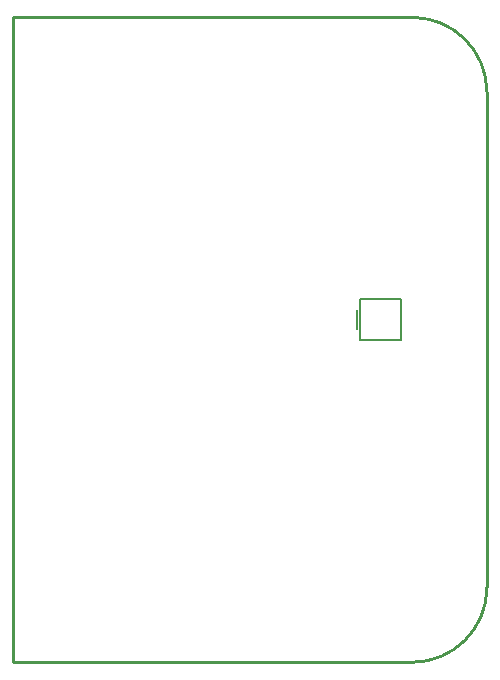
<source format=gm1>
G04*
G04 #@! TF.GenerationSoftware,Altium Limited,Altium Designer,23.6.0 (18)*
G04*
G04 Layer_Color=16711935*
%FSLAX44Y44*%
%MOMM*%
G71*
G04*
G04 #@! TF.SameCoordinates,5EE9EB4A-2ACB-4C3E-BE2F-BD42E06AEEC1*
G04*
G04*
G04 #@! TF.FilePolarity,Positive*
G04*
G01*
G75*
%ADD11C,0.1270*%
%ADD13C,0.2540*%
D11*
X295144Y307652D02*
X329645D01*
Y273152D02*
Y307652D01*
X295144Y273152D02*
X329645D01*
X295144D02*
Y307652D01*
X292395Y282402D02*
Y298402D01*
D13*
X339036Y5D02*
G03*
X402536Y63505I0J63500D01*
G01*
Y482605D02*
G03*
X339036Y546105I-63500J0D01*
G01*
X1585Y5D02*
Y545866D01*
Y5D02*
X339036D01*
X1585Y546105D02*
X339036D01*
X402533Y63857D02*
Y482957D01*
M02*

</source>
